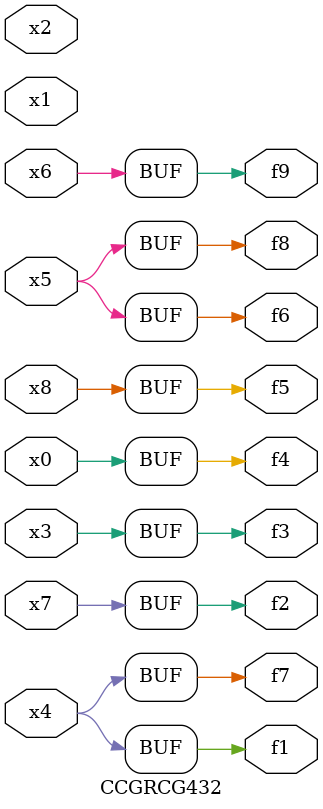
<source format=v>
module CCGRCG432(
	input x0, x1, x2, x3, x4, x5, x6, x7, x8,
	output f1, f2, f3, f4, f5, f6, f7, f8, f9
);
	assign f1 = x4;
	assign f2 = x7;
	assign f3 = x3;
	assign f4 = x0;
	assign f5 = x8;
	assign f6 = x5;
	assign f7 = x4;
	assign f8 = x5;
	assign f9 = x6;
endmodule

</source>
